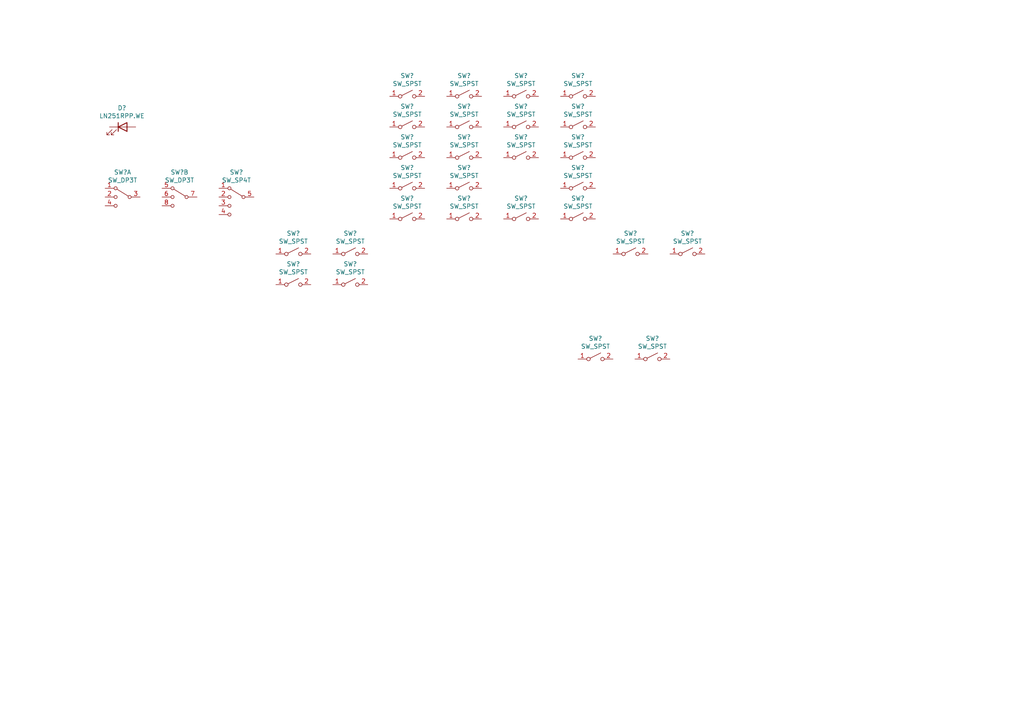
<source format=kicad_sch>
(kicad_sch (version 20201015) (generator eeschema)
  (paper "A4")
  (lib_symbols
    (symbol "Device:LED" (pin_numbers hide) (pin_names (offset 1.016) hide)
      (property "Reference" "D" (at 0 2.54 0))
      (property "Value" "LED" (at 0 -2.54 0))
      (symbol "LED_0_1"
        (polyline (pts (xy -1.27 -1.27) (xy -1.27 1.27)) (stroke (width 0.254)))
        (polyline (pts (xy -1.27 0) (xy 1.27 0)))
        (polyline (pts (xy 1.27 -1.27) (xy 1.27 1.27) (xy -1.27 0) (xy 1.27 -1.27)) (stroke (width 0.254)))
        (polyline (pts (xy -3.048 -0.762) (xy -4.572 -2.286) (xy -3.81 -2.286) (xy -4.572 -2.286) (xy -4.572 -1.524)))
        (polyline (pts (xy -1.778 -0.762) (xy -3.302 -2.286) (xy -2.54 -2.286) (xy -3.302 -2.286) (xy -3.302 -1.524)))
      )
      (symbol "LED_1_1"
        (pin passive line (at -3.81 0 0) (length 2.54) (name "K") (number "1"))
        (pin passive line (at 3.81 0 180) (length 2.54) (name "A") (number "2"))
      )
    )
    (symbol "Switch:SW_DP3T" (pin_names (offset 0) hide)
      (property "Reference" "SW" (at 0 5.08 0))
      (property "Value" "SW_DP3T" (at 0 -5.08 0))
      (symbol "SW_DP3T_0_1"
        (circle (center -2.032 0) (radius 0.4572))
        (circle (center 2.032 -2.54) (radius 0.4572))
        (circle (center 2.032 0) (radius 0.4572))
        (circle (center 2.032 2.54) (radius 0.4572))
        (polyline (pts (xy -1.651 0.254) (xy 1.651 2.286)))
      )
      (symbol "SW_DP3T_1_1"
        (pin passive line (at 5.08 2.54 180) (length 2.54) (name "1") (number "1"))
        (pin passive line (at 5.08 0 180) (length 2.54) (name "2") (number "2"))
        (pin passive line (at -5.08 0 0) (length 2.54) (name "3") (number "3"))
        (pin passive line (at 5.08 -2.54 180) (length 2.54) (name "4") (number "4"))
      )
      (symbol "SW_DP3T_2_1"
        (pin passive line (at 5.08 2.54 180) (length 2.54) (name "5") (number "5"))
        (pin passive line (at 5.08 0 180) (length 2.54) (name "6") (number "6"))
        (pin passive line (at -5.08 0 0) (length 2.54) (name "7") (number "7"))
        (pin passive line (at 5.08 -2.54 180) (length 2.54) (name "8") (number "8"))
      )
    )
    (symbol "Switch:SW_SPST" (pin_names (offset 0) hide)
      (property "Reference" "SW" (at 0 3.175 0))
      (property "Value" "SW_SPST" (at 0 -2.54 0))
      (symbol "SW_SPST_0_0"
        (circle (center -2.032 0) (radius 0.508))
        (circle (center 2.032 0) (radius 0.508))
        (polyline (pts (xy -1.524 0.254) (xy 1.524 1.778)))
      )
      (symbol "SW_SPST_1_1"
        (pin passive line (at -5.08 0 0) (length 2.54) (name "A") (number "1"))
        (pin passive line (at 5.08 0 180) (length 2.54) (name "B") (number "2"))
      )
    )
    (symbol "parts:SW_SP4T" (pin_names (offset 0) hide)
      (property "Reference" "SW" (at 0 5.08 0))
      (property "Value" "SW_SP4T" (at 0 -7.62 0))
      (symbol "SW_SP4T_0_1"
        (circle (center -2.032 0) (radius 0.4572))
        (circle (center 2.032 -2.54) (radius 0.4572))
        (circle (center 2.032 0) (radius 0.4572))
        (circle (center 2.032 2.54) (radius 0.4572))
        (polyline (pts (xy -1.651 0.254) (xy 1.651 2.286)))
      )
      (symbol "SW_SP4T_1_1"
        (circle (center 2.032 -5.08) (radius 0.4572))
        (pin passive line (at 5.08 2.54 180) (length 2.54) (name "1") (number "1"))
        (pin passive line (at 5.08 0 180) (length 2.54) (name "2") (number "2"))
        (pin passive line (at 5.08 -2.54 180) (length 2.54) (name "3") (number "3"))
        (pin passive line (at 5.08 -5.08 180) (length 2.54) (name "4") (number "4"))
        (pin passive line (at -5.08 0 0) (length 2.54) (name "5") (number "5"))
      )
    )
  )
  (symbol (lib_id "Device:LED") (at 35.56 36.83 0) (unit 1)
    (property "Reference" "D?" (at 35.3822 31.3182 0))
    (property "Value" "LN251RPP.WE" (at 35.3822 33.6296 0))
  )
  (symbol (lib_id "Switch:SW_SPST") (at 85.09 73.66 0) (unit 1)
    (property "Reference" "SW?" (at 85.09 67.691 0))
    (property "Value" "SW_SPST" (at 85.09 70.0024 0))
  )
  (symbol (lib_id "Switch:SW_SPST") (at 85.09 82.55 0) (unit 1)
    (property "Reference" "SW?" (at 85.09 76.581 0))
    (property "Value" "SW_SPST" (at 85.09 78.8924 0))
  )
  (symbol (lib_id "Switch:SW_SPST") (at 101.6 73.66 0) (unit 1)
    (property "Reference" "SW?" (at 101.6 67.691 0))
    (property "Value" "SW_SPST" (at 101.6 70.0024 0))
  )
  (symbol (lib_id "Switch:SW_SPST") (at 101.6 82.55 0) (unit 1)
    (property "Reference" "SW?" (at 101.6 76.581 0))
    (property "Value" "SW_SPST" (at 101.6 78.8924 0))
  )
  (symbol (lib_id "Switch:SW_SPST") (at 118.11 27.94 0) (unit 1)
    (property "Reference" "SW?" (at 118.11 21.971 0))
    (property "Value" "SW_SPST" (at 118.11 24.2824 0))
  )
  (symbol (lib_id "Switch:SW_SPST") (at 118.11 36.83 0) (unit 1)
    (property "Reference" "SW?" (at 118.11 30.861 0))
    (property "Value" "SW_SPST" (at 118.11 33.1724 0))
  )
  (symbol (lib_id "Switch:SW_SPST") (at 118.11 45.72 0) (unit 1)
    (property "Reference" "SW?" (at 118.11 39.751 0))
    (property "Value" "SW_SPST" (at 118.11 42.0624 0))
  )
  (symbol (lib_id "Switch:SW_SPST") (at 118.11 54.61 0) (unit 1)
    (property "Reference" "SW?" (at 118.11 48.641 0))
    (property "Value" "SW_SPST" (at 118.11 50.9524 0))
  )
  (symbol (lib_id "Switch:SW_SPST") (at 118.11 63.5 0) (unit 1)
    (property "Reference" "SW?" (at 118.11 57.531 0))
    (property "Value" "SW_SPST" (at 118.11 59.8424 0))
  )
  (symbol (lib_id "Switch:SW_SPST") (at 134.62 27.94 0) (unit 1)
    (property "Reference" "SW?" (at 134.62 21.971 0))
    (property "Value" "SW_SPST" (at 134.62 24.2824 0))
  )
  (symbol (lib_id "Switch:SW_SPST") (at 134.62 36.83 0) (unit 1)
    (property "Reference" "SW?" (at 134.62 30.861 0))
    (property "Value" "SW_SPST" (at 134.62 33.1724 0))
  )
  (symbol (lib_id "Switch:SW_SPST") (at 134.62 45.72 0) (unit 1)
    (property "Reference" "SW?" (at 134.62 39.751 0))
    (property "Value" "SW_SPST" (at 134.62 42.0624 0))
  )
  (symbol (lib_id "Switch:SW_SPST") (at 134.62 54.61 0) (unit 1)
    (property "Reference" "SW?" (at 134.62 48.641 0))
    (property "Value" "SW_SPST" (at 134.62 50.9524 0))
  )
  (symbol (lib_id "Switch:SW_SPST") (at 134.62 63.5 0) (unit 1)
    (property "Reference" "SW?" (at 134.62 57.531 0))
    (property "Value" "SW_SPST" (at 134.62 59.8424 0))
  )
  (symbol (lib_id "Switch:SW_SPST") (at 151.13 27.94 0) (unit 1)
    (property "Reference" "SW?" (at 151.13 21.971 0))
    (property "Value" "SW_SPST" (at 151.13 24.2824 0))
  )
  (symbol (lib_id "Switch:SW_SPST") (at 151.13 36.83 0) (unit 1)
    (property "Reference" "SW?" (at 151.13 30.861 0))
    (property "Value" "SW_SPST" (at 151.13 33.1724 0))
  )
  (symbol (lib_id "Switch:SW_SPST") (at 151.13 45.72 0) (unit 1)
    (property "Reference" "SW?" (at 151.13 39.751 0))
    (property "Value" "SW_SPST" (at 151.13 42.0624 0))
  )
  (symbol (lib_id "Switch:SW_SPST") (at 151.13 63.5 0) (unit 1)
    (property "Reference" "SW?" (at 151.13 57.531 0))
    (property "Value" "SW_SPST" (at 151.13 59.8424 0))
  )
  (symbol (lib_id "Switch:SW_SPST") (at 167.64 27.94 0) (unit 1)
    (property "Reference" "SW?" (at 167.64 21.971 0))
    (property "Value" "SW_SPST" (at 167.64 24.2824 0))
  )
  (symbol (lib_id "Switch:SW_SPST") (at 167.64 36.83 0) (unit 1)
    (property "Reference" "SW?" (at 167.64 30.861 0))
    (property "Value" "SW_SPST" (at 167.64 33.1724 0))
  )
  (symbol (lib_id "Switch:SW_SPST") (at 167.64 45.72 0) (unit 1)
    (property "Reference" "SW?" (at 167.64 39.751 0))
    (property "Value" "SW_SPST" (at 167.64 42.0624 0))
  )
  (symbol (lib_id "Switch:SW_SPST") (at 167.64 54.61 0) (unit 1)
    (property "Reference" "SW?" (at 167.64 48.641 0))
    (property "Value" "SW_SPST" (at 167.64 50.9524 0))
  )
  (symbol (lib_id "Switch:SW_SPST") (at 167.64 63.5 0) (unit 1)
    (property "Reference" "SW?" (at 167.64 57.531 0))
    (property "Value" "SW_SPST" (at 167.64 59.8424 0))
  )
  (symbol (lib_id "Switch:SW_SPST") (at 172.72 104.14 0) (unit 1)
    (property "Reference" "SW?" (at 172.72 98.171 0))
    (property "Value" "SW_SPST" (at 172.72 100.4824 0))
  )
  (symbol (lib_id "Switch:SW_SPST") (at 182.88 73.66 0) (unit 1)
    (property "Reference" "SW?" (at 182.88 67.691 0))
    (property "Value" "SW_SPST" (at 182.88 70.0024 0))
  )
  (symbol (lib_id "Switch:SW_SPST") (at 189.23 104.14 0) (unit 1)
    (property "Reference" "SW?" (at 189.23 98.171 0))
    (property "Value" "SW_SPST" (at 189.23 100.4824 0))
  )
  (symbol (lib_id "Switch:SW_SPST") (at 199.39 73.66 0) (unit 1)
    (property "Reference" "SW?" (at 199.39 67.691 0))
    (property "Value" "SW_SPST" (at 199.39 70.0024 0))
  )
  (symbol (lib_id "Switch:SW_DP3T") (at 35.56 57.15 0) (mirror y) (unit 1)
    (property "Reference" "SW?" (at 35.56 49.9618 0))
    (property "Value" "SW_DP3T" (at 35.56 52.2732 0))
  )
  (symbol (lib_id "Switch:SW_DP3T") (at 52.07 57.15 0) (mirror y) (unit 2)
    (property "Reference" "SW?" (at 52.07 49.9618 0))
    (property "Value" "SW_DP3T" (at 52.07 52.2732 0))
  )
  (symbol (lib_id "parts:SW_SP4T") (at 68.58 57.15 0) (mirror y) (unit 1)
    (property "Reference" "SW?" (at 68.58 49.9618 0))
    (property "Value" "SW_SP4T" (at 68.58 52.2732 0))
  )
)
</source>
